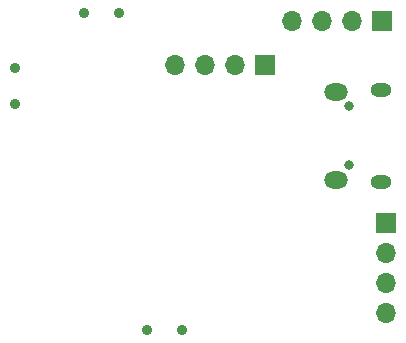
<source format=gbr>
%TF.GenerationSoftware,KiCad,Pcbnew,8.0.3*%
%TF.CreationDate,2024-12-22T23:45:43+05:30*%
%TF.ProjectId,STM32-pcb-design,53544d33-322d-4706-9362-2d6465736967,rev?*%
%TF.SameCoordinates,Original*%
%TF.FileFunction,Soldermask,Bot*%
%TF.FilePolarity,Negative*%
%FSLAX46Y46*%
G04 Gerber Fmt 4.6, Leading zero omitted, Abs format (unit mm)*
G04 Created by KiCad (PCBNEW 8.0.3) date 2024-12-22 23:45:43*
%MOMM*%
%LPD*%
G01*
G04 APERTURE LIST*
%ADD10C,0.900000*%
%ADD11R,1.700000X1.700000*%
%ADD12O,1.700000X1.700000*%
%ADD13O,1.800000X1.150000*%
%ADD14O,2.000000X1.450000*%
%ADD15O,0.800000X0.800000*%
G04 APERTURE END LIST*
D10*
%TO.C,SW3*%
X106440000Y-58930000D03*
X103440000Y-58930000D03*
%TD*%
%TO.C,SW2*%
X101080000Y-32170000D03*
X98080000Y-32170000D03*
%TD*%
%TO.C,SW1*%
X92260000Y-36820000D03*
X92260000Y-39820000D03*
%TD*%
D11*
%TO.C,J3*%
X113460000Y-36560000D03*
D12*
X110920000Y-36560000D03*
X108380000Y-36560000D03*
X105840000Y-36560000D03*
%TD*%
%TO.C,J4*%
X123675000Y-57495000D03*
X123675000Y-54955000D03*
X123675000Y-52415000D03*
D11*
X123675000Y-49875000D03*
%TD*%
%TO.C,J2*%
X123310000Y-32790000D03*
D12*
X120770000Y-32790000D03*
X118230000Y-32790000D03*
X115690000Y-32790000D03*
%TD*%
D13*
%TO.C,J1*%
X123260000Y-38660000D03*
D14*
X119460000Y-38810000D03*
X119460000Y-46260000D03*
D13*
X123260000Y-46410000D03*
D15*
X120510000Y-40035000D03*
X120510000Y-45035000D03*
%TD*%
M02*

</source>
